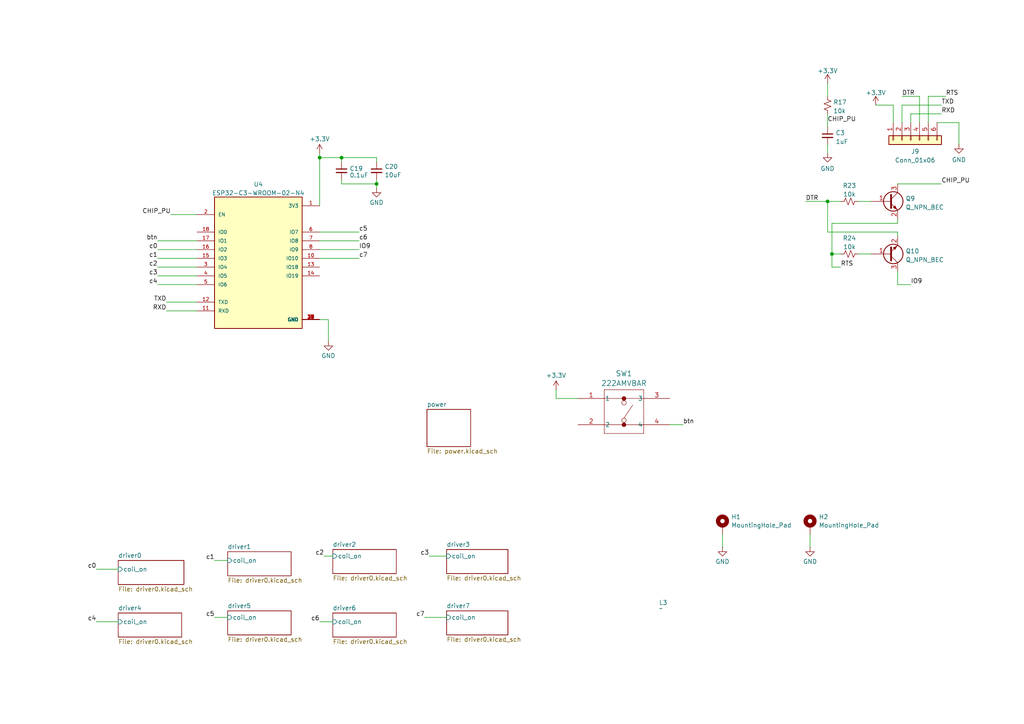
<source format=kicad_sch>
(kicad_sch (version 20250114) (generator "eeschema") (generator_version "9.0")
  (paper "A4")
  (lib_symbols
    (symbol "Connector_Generic:Conn_01x06" (pin_names (offset 1.016) (hide yes))
      (property "Reference" "J" (at 0 7.62 0))
      (property "Value" "Conn_01x06" (at 0 -10.16 0))
      (symbol "Conn_01x06_1_1"
        (rectangle (start -1.27 6.35) (end 1.27 -8.89) (stroke (width 0.254)) (fill (type background)))
        (rectangle (start -1.27 5.207) (end 0 4.953) (stroke (width 0.1524)))
        (rectangle (start -1.27 2.667) (end 0 2.413) (stroke (width 0.1524)))
        (rectangle (start -1.27 0.127) (end 0 -0.127) (stroke (width 0.1524)))
        (rectangle (start -1.27 -2.413) (end 0 -2.667) (stroke (width 0.1524)))
        (rectangle (start -1.27 -4.953) (end 0 -5.207) (stroke (width 0.1524)))
        (rectangle (start -1.27 -7.493) (end 0 -7.747) (stroke (width 0.1524)))
        (pin passive line (at -5.08 5.08 0) (length 3.81) (name "Pin_1") (number "1"))
        (pin passive line (at -5.08 2.54 0) (length 3.81) (name "Pin_2") (number "2"))
        (pin passive line (at -5.08 0 0) (length 3.81) (name "Pin_3") (number "3"))
        (pin passive line (at -5.08 -2.54 0) (length 3.81) (name "Pin_4") (number "4"))
        (pin passive line (at -5.08 -5.08 0) (length 3.81) (name "Pin_5") (number "5"))
        (pin passive line (at -5.08 -7.62 0) (length 3.81) (name "Pin_6") (number "6"))
      )
    )
    (symbol "Device:C_Small" (pin_numbers (hide yes)) (pin_names (offset 0.254) (hide yes))
      (property "Reference" "C" (at 0.254 1.778 0))
      (property "Value" "C_Small" (at 0.254 -2.032 0))
      (symbol "C_Small_0_1"
        (polyline (pts (xy -1.524 0.508) (xy 1.524 0.508)) (stroke (width 0.3048)))
        (polyline (pts (xy -1.524 -0.508) (xy 1.524 -0.508)) (stroke (width 0.3302)))
      )
      (symbol "C_Small_1_1"
        (pin passive line (at 0 2.54 270) (length 2.032) (name "~") (number "1"))
        (pin passive line (at 0 -2.54 90) (length 2.032) (name "~") (number "2"))
      )
    )
    (symbol "Device:Q_NPN_BEC" (pin_names (offset 0) (hide yes))
      (property "Reference" "Q" (at 5.08 1.27 0))
      (property "Value" "Q_NPN_BEC" (at 5.08 -1.27 0))
      (symbol "Q_NPN_BEC_0_1"
        (polyline (pts (xy 0.635 1.905) (xy 0.635 -1.905) (xy 0.635 -1.905)) (stroke (width 0.508)))
        (polyline (pts (xy 0.635 0.635) (xy 2.54 2.54)))
        (polyline (pts (xy 0.635 -0.635) (xy 2.54 -2.54) (xy 2.54 -2.54)))
        (circle (center 1.27 0) (radius 2.8194) (stroke (width 0.254)))
        (polyline (pts (xy 1.27 -1.778) (xy 1.778 -1.27) (xy 2.286 -2.286) (xy 1.27 -1.778) (xy 1.27 -1.778)) (fill (type outline)))
      )
      (symbol "Q_NPN_BEC_1_1"
        (pin input line (at -5.08 0 0) (length 5.715) (name "B") (number "1"))
        (pin passive line (at 2.54 5.08 270) (length 2.54) (name "C") (number "3"))
        (pin passive line (at 2.54 -5.08 90) (length 2.54) (name "E") (number "2"))
      )
    )
    (symbol "Device:R_Small_US" (pin_numbers (hide yes)) (pin_names (offset 0.254) (hide yes))
      (property "Reference" "R" (at 0.762 0.508 0))
      (property "Value" "R_Small_US" (at 0.762 -1.016 0))
      (symbol "R_Small_US_1_1"
        (polyline (pts (xy 0 1.524) (xy 1.016 1.143) (xy 0 0.762) (xy -1.016 0.381) (xy 0 0)))
        (polyline (pts (xy 0 0) (xy 1.016 -0.381) (xy 0 -0.762) (xy -1.016 -1.143) (xy 0 -1.524)))
        (pin passive line (at 0 2.54 270) (length 1.016) (name "~") (number "1"))
        (pin passive line (at 0 -2.54 90) (length 1.016) (name "~") (number "2"))
      )
    )
    (symbol "Espressif:ESP32-C3-WROOM-02-N4" (pin_names (offset 1.016))
      (property "Reference" "U" (at -12.7 21.082 0))
      (property "Value" "ESP32-C3-WROOM-02-N4" (at -12.7 -18.542 0))
      (symbol "ESP32-C3-WROOM-02-N4_0_0"
        (rectangle (start -12.7 -17.78) (end 12.7 20.32) (stroke (width 0.254)) (fill (type background)))
        (pin input line (at -17.78 15.24 0) (length 5.08) (name "EN") (number "2"))
        (pin bidirectional line (at -17.78 10.16 0) (length 5.08) (name "IO0") (number "18"))
        (pin bidirectional line (at -17.78 7.62 0) (length 5.08) (name "IO1") (number "17"))
        (pin bidirectional line (at -17.78 5.08 0) (length 5.08) (name "IO2") (number "16"))
        (pin bidirectional line (at -17.78 2.54 0) (length 5.08) (name "IO3") (number "15"))
        (pin bidirectional line (at -17.78 0 0) (length 5.08) (name "IO4") (number "3"))
        (pin bidirectional line (at -17.78 -2.54 0) (length 5.08) (name "IO5") (number "4"))
        (pin bidirectional line (at -17.78 -5.08 0) (length 5.08) (name "IO6") (number "5"))
        (pin bidirectional line (at -17.78 -10.16 0) (length 5.08) (name "TXD") (number "12"))
        (pin bidirectional line (at -17.78 -12.7 0) (length 5.08) (name "RXD") (number "11"))
        (pin power_in line (at 17.78 17.78 180) (length 5.08) (name "3V3") (number "1"))
        (pin bidirectional line (at 17.78 10.16 180) (length 5.08) (name "IO7") (number "6"))
        (pin bidirectional line (at 17.78 7.62 180) (length 5.08) (name "IO8") (number "7"))
        (pin bidirectional line (at 17.78 5.08 180) (length 5.08) (name "IO9") (number "8"))
        (pin bidirectional line (at 17.78 2.54 180) (length 5.08) (name "IO10") (number "10"))
        (pin bidirectional line (at 17.78 0 180) (length 5.08) (name "IO18") (number "13"))
        (pin bidirectional line (at 17.78 -2.54 180) (length 5.08) (name "IO19") (number "14"))
        (pin power_in line (at 17.78 -15.24 180) (length 5.08) (name "GND") (number "19"))
        (pin power_in line (at 17.78 -15.24 180) (length 5.08) (name "GND") (number "20"))
        (pin power_in line (at 17.78 -15.24 180) (length 5.08) (name "GND") (number "21"))
        (pin power_in line (at 17.78 -15.24 180) (length 5.08) (name "GND") (number "22"))
        (pin power_in line (at 17.78 -15.24 180) (length 5.08) (name "GND") (number "23"))
        (pin power_in line (at 17.78 -15.24 180) (length 5.08) (name "GND") (number "24"))
        (pin power_in line (at 17.78 -15.24 180) (length 5.08) (name "GND") (number "25"))
        (pin power_in line (at 17.78 -15.24 180) (length 5.08) (name "GND") (number "26"))
        (pin power_in line (at 17.78 -15.24 180) (length 5.08) (name "GND") (number "27"))
        (pin power_in line (at 17.78 -15.24 180) (length 5.08) (name "GND") (number "28"))
        (pin power_in line (at 17.78 -15.24 180) (length 5.08) (name "GND") (number "29"))
        (pin power_in line (at 17.78 -15.24 180) (length 5.08) (name "GND") (number "30"))
        (pin power_in line (at 17.78 -15.24 180) (length 5.08) (name "GND") (number "31"))
        (pin power_in line (at 17.78 -15.24 180) (length 5.08) (name "GND") (number "32"))
        (pin power_in line (at 17.78 -15.24 180) (length 5.08) (name "GND") (number "33"))
        (pin power_in line (at 17.78 -15.24 180) (length 5.08) (name "GND") (number "34"))
        (pin power_in line (at 17.78 -15.24 180) (length 5.08) (name "GND") (number "35"))
        (pin power_in line (at 17.78 -15.24 180) (length 5.08) (name "GND") (number "36"))
        (pin power_in line (at 17.78 -15.24 180) (length 5.08) (name "GND") (number "37"))
        (pin power_in line (at 17.78 -15.24 180) (length 5.08) (name "GND") (number "38"))
        (pin power_in line (at 17.78 -15.24 180) (length 5.08) (name "GND") (number "39"))
        (pin power_in line (at 17.78 -15.24 180) (length 5.08) (name "GND") (number "9"))
      )
    )
    (symbol "Mechanical:MountingHole_Pad" (pin_numbers (hide yes)) (pin_names (offset 1.016) (hide yes)) (exclude_from_sim yes) (in_bom no)
      (property "Reference" "H" (at 0 6.35 0))
      (property "Value" "MountingHole_Pad" (at 0 4.445 0))
      (symbol "MountingHole_Pad_0_1"
        (circle (center 0 1.27) (radius 1.27) (stroke (width 1.27)))
      )
      (symbol "MountingHole_Pad_1_1"
        (pin input line (at 0 -2.54 90) (length 2.54) (name "1") (number "1"))
      )
    )
    (symbol "mylibrary:222AMVBAR" (pin_names (offset 0.254))
      (property "Reference" "SW" (at 20.32 10.16 0))
      (property "Value" "222AMVBAR" (at 20.32 7.62 0))
      (symbol "222AMVBAR_0_1"
        (polyline (pts (xy 13.97 5.08) (xy 13.97 -7.62)) (stroke (width 0.127)))
        (polyline (pts (xy 13.97 2.54) (xy 25.4 2.54)) (stroke (width 0.127)))
        (polyline (pts (xy 13.97 -7.62) (xy 25.4 -7.62)) (stroke (width 0.127)))
        (polyline (pts (xy 19.685 2.54) (xy 19.685 1.905)) (stroke (width 0.127)))
        (circle (center 19.685 2.54) (radius 0.127) (stroke (width 0.508)))
        (circle (center 19.685 1.27) (radius 0.635) (stroke (width 0.127)))
        (polyline (pts (xy 19.685 -3.175) (xy 22.225 0.635)) (stroke (width 0.127)))
        (circle (center 19.685 -3.81) (radius 0.635) (stroke (width 0.127)))
        (polyline (pts (xy 19.685 -5.08) (xy 19.685 -4.445)) (stroke (width 0.127)))
        (circle (center 19.685 -5.08) (radius 0.127) (stroke (width 0.508)))
        (polyline (pts (xy 25.4 5.08) (xy 13.97 5.08)) (stroke (width 0.127)))
        (polyline (pts (xy 25.4 -5.08) (xy 13.97 -5.08)) (stroke (width 0.127)))
        (polyline (pts (xy 25.4 -7.62) (xy 25.4 5.08)) (stroke (width 0.127)))
        (pin unspecified line (at 6.35 2.54 0) (length 7.62) (name "1") (number "1"))
        (pin unspecified line (at 6.35 -5.08 0) (length 7.62) (name "2") (number "2"))
        (pin unspecified line (at 33.02 2.54 180) (length 7.62) (name "3") (number "3"))
        (pin unspecified line (at 33.02 -5.08 180) (length 7.62) (name "4") (number "4"))
      )
    )
    (symbol "mylibrary:Bird"
      (property "Reference" "L" (at 0 0 0))
    )
    (symbol "power:+3.3V" (power) (pin_numbers (hide yes)) (pin_names (offset 0) (hide yes))
      (property "Value" "+3.3V" (at 0 3.556 0))
      (symbol "+3.3V_0_1"
        (polyline (pts (xy -0.762 1.27) (xy 0 2.54)))
        (polyline (pts (xy 0 2.54) (xy 0.762 1.27)))
        (polyline (pts (xy 0 0) (xy 0 2.54)))
      )
      (symbol "+3.3V_1_1"
        (pin power_in line (at 0 0 90) (length 0) (name "~") (number "1"))
      )
    )
    (symbol "power:GND" (power) (pin_numbers (hide yes)) (pin_names (offset 0) (hide yes))
      (property "Value" "GND" (at 0 -3.81 0))
      (symbol "GND_0_1"
        (polyline (pts (xy 0 0) (xy 0 -1.27) (xy 1.27 -1.27) (xy 0 -2.54) (xy -1.27 -1.27) (xy 0 -1.27)))
      )
      (symbol "GND_1_1"
        (pin power_in line (at 0 0 270) (length 0) (name "~") (number "1"))
      )
    )
  )
  (junction (at 99.06 45.72))
  (junction (at 92.71 45.72))
  (junction (at 109.22 53.34))
  (junction (at 240.03 58.42))
  (junction (at 241.3 73.66))
  (wire (pts (xy 104.14 67.31) (xy 92.71 67.31)))
  (wire (pts (xy 240.03 33.02) (xy 240.03 36.83)))
  (wire (pts (xy 104.14 69.85) (xy 92.71 69.85)))
  (wire (pts (xy 57.15 90.17) (xy 48.26 90.17)))
  (wire (pts (xy 241.3 77.47) (xy 243.84 77.47)))
  (wire (pts (xy 45.72 69.85) (xy 57.15 69.85)))
  (wire (pts (xy 99.06 45.72) (xy 92.71 45.72)))
  (wire (pts (xy 269.24 27.94) (xy 274.32 27.94)))
  (wire (pts (xy 271.78 35.56) (xy 278.13 35.56)))
  (wire (pts (xy 161.29 113.03) (xy 161.29 115.57)))
  (wire (pts (xy 240.03 41.91) (xy 240.03 44.45)))
  (wire (pts (xy 240.03 24.13) (xy 240.03 27.94)))
  (wire (pts (xy 92.71 92.71) (xy 95.25 92.71)))
  (wire (pts (xy 269.24 35.56) (xy 269.24 27.94)))
  (wire (pts (xy 261.62 35.56) (xy 261.62 30.48)))
  (wire (pts (xy 109.22 53.34) (xy 109.22 54.61)))
  (wire (pts (xy 248.92 73.66) (xy 252.73 73.66)))
  (wire (pts (xy 260.35 67.31) (xy 260.35 68.58)))
  (wire (pts (xy 92.71 180.34) (xy 96.52 180.34)))
  (wire (pts (xy 109.22 53.34) (xy 109.22 52.07)))
  (wire (pts (xy 248.92 58.42) (xy 252.73 58.42)))
  (wire (pts (xy 234.95 154.94) (xy 234.95 158.75)))
  (wire (pts (xy 27.94 180.34) (xy 34.29 180.34)))
  (wire (pts (xy 261.62 30.48) (xy 273.05 30.48)))
  (wire (pts (xy 99.06 52.07) (xy 99.06 53.34)))
  (wire (pts (xy 124.46 161.29) (xy 129.54 161.29)))
  (wire (pts (xy 233.68 58.42) (xy 240.03 58.42)))
  (wire (pts (xy 49.53 62.23) (xy 57.15 62.23)))
  (wire (pts (xy 241.3 73.66) (xy 241.3 77.47)))
  (wire (pts (xy 260.35 82.55) (xy 264.16 82.55)))
  (wire (pts (xy 45.72 74.93) (xy 57.15 74.93)))
  (wire (pts (xy 104.14 74.93) (xy 92.71 74.93)))
  (wire (pts (xy 93.98 161.29) (xy 96.52 161.29)))
  (wire (pts (xy 27.94 165.1) (xy 34.29 165.1)))
  (wire (pts (xy 104.14 72.39) (xy 92.71 72.39)))
  (wire (pts (xy 161.29 115.57) (xy 167.64 115.57)))
  (wire (pts (xy 240.03 58.42) (xy 240.03 67.31)))
  (wire (pts (xy 264.16 33.02) (xy 273.05 33.02)))
  (wire (pts (xy 209.55 154.94) (xy 209.55 158.75)))
  (wire (pts (xy 278.13 35.56) (xy 278.13 41.91)))
  (wire (pts (xy 92.71 44.45) (xy 92.71 45.72)))
  (wire (pts (xy 240.03 58.42) (xy 243.84 58.42)))
  (wire (pts (xy 261.62 27.94) (xy 266.7 27.94)))
  (wire (pts (xy 45.72 82.55) (xy 57.15 82.55)))
  (wire (pts (xy 260.35 63.5) (xy 260.35 64.77)))
  (wire (pts (xy 260.35 78.74) (xy 260.35 82.55)))
  (wire (pts (xy 194.31 123.19) (xy 198.12 123.19)))
  (wire (pts (xy 99.06 46.99) (xy 99.06 45.72)))
  (wire (pts (xy 254 30.48) (xy 259.08 30.48)))
  (wire (pts (xy 123.19 179.07) (xy 129.54 179.07)))
  (wire (pts (xy 57.15 87.63) (xy 48.26 87.63)))
  (wire (pts (xy 241.3 64.77) (xy 241.3 73.66)))
  (wire (pts (xy 266.7 35.56) (xy 266.7 27.94)))
  (wire (pts (xy 259.08 30.48) (xy 259.08 35.56)))
  (wire (pts (xy 62.23 179.07) (xy 66.04 179.07)))
  (wire (pts (xy 260.35 64.77) (xy 241.3 64.77)))
  (wire (pts (xy 260.35 53.34) (xy 273.05 53.34)))
  (wire (pts (xy 109.22 46.99) (xy 109.22 45.72)))
  (wire (pts (xy 62.23 162.56) (xy 66.04 162.56)))
  (wire (pts (xy 264.16 35.56) (xy 264.16 33.02)))
  (wire (pts (xy 45.72 77.47) (xy 57.15 77.47)))
  (wire (pts (xy 45.72 80.01) (xy 57.15 80.01)))
  (wire (pts (xy 92.71 45.72) (xy 92.71 59.69)))
  (wire (pts (xy 95.25 92.71) (xy 95.25 99.06)))
  (wire (pts (xy 109.22 45.72) (xy 99.06 45.72)))
  (wire (pts (xy 240.03 67.31) (xy 260.35 67.31)))
  (wire (pts (xy 99.06 53.34) (xy 109.22 53.34)))
  (wire (pts (xy 241.3 73.66) (xy 243.84 73.66)))
  (wire (pts (xy 45.72 72.39) (xy 57.15 72.39)))
  (label "c0" (at 45.72 72.39 180))
  (label "TXD" (at 48.26 87.63 180))
  (label "DTR" (at 233.68 58.42 0))
  (label "RTS" (at 243.84 77.47 0))
  (label "TXD" (at 273.05 30.48 0))
  (label "c1" (at 45.72 74.93 180))
  (label "c7" (at 104.14 74.93 0))
  (label "c3" (at 45.72 80.01 180))
  (label "CHIP_PU" (at 49.53 62.23 180))
  (label "CHIP_PU" (at 240.03 35.56 0))
  (label "c4" (at 27.94 180.34 180))
  (label "c5" (at 62.23 179.07 180))
  (label "c4" (at 45.72 82.55 180))
  (label "RTS" (at 274.32 27.94 0))
  (label "c6" (at 92.71 180.34 180))
  (label "c5" (at 104.14 67.31 0))
  (label "RXD" (at 273.05 33.02 0))
  (label "c2" (at 93.98 161.29 180))
  (label "IO9" (at 264.16 82.55 0))
  (label "btn" (at 198.12 123.19 0))
  (label "DTR" (at 261.62 27.94 0))
  (label "btn" (at 45.72 69.85 180))
  (label "IO9" (at 104.14 72.39 0))
  (label "c2" (at 45.72 77.47 180))
  (label "CHIP_PU" (at 273.05 53.34 0))
  (label "c0" (at 27.94 165.1 180))
  (label "c3" (at 124.46 161.29 180))
  (label "c1" (at 62.23 162.56 180))
  (label "RXD" (at 48.26 90.17 180))
  (label "c7" (at 123.19 179.07 180))
  (label "c6" (at 104.14 69.85 0))
  (symbol (lib_id "mylibrary:222AMVBAR") (at 161.29 118.11 0) (unit 1)
    (property "Reference" "SW1" (at 180.975 108.3361 0) (effects (font (size 1.524 1.524))))
    (property "Value" "222AMVBAR" (at 180.975 111.169 0) (effects (font (size 1.524 1.524))))
    (property "Footprint" "footprints:SO4_222A-M-V-B_CTS" (effects (hide yes)))
    (property "Datasheet" "222AMVBAR" (effects (hide yes)))
    (property "ManufacturerPartNumber" "222AMVBAR" (effects (hide yes)))
  )
  (symbol (lib_id "Mechanical:MountingHole_Pad") (at 234.95 152.4 0) (unit 1) (exclude_from_sim yes) (in_bom no)
    (property "Reference" "H2" (at 237.49 149.9178 0) (effects (justify left)))
    (property "Value" "MountingHole_Pad" (at 237.49 152.3421 0) (effects (justify left)))
    (property "Footprint" "MountingHole:MountingHole_3.2mm_M3_Pad" (effects (hide yes)))
    (property "Description" "Mounting Hole with connection" (effects (hide yes)))
  )
  (symbol (lib_id "Device:R_Small_US") (at 240.03 30.48 0) (unit 1)
    (property "Reference" "R17" (at 241.681 29.6453 0) (effects (justify left)))
    (property "Value" "10k" (at 241.681 32.1822 0) (effects (justify left)))
    (property "Footprint" "Resistor_SMD:R_0805_2012Metric" (effects (hide yes)))
    (property "ManufacturerPartNumber" "RMCF0805FT10K0" (effects (hide yes)))
  )
  (symbol (lib_id "Device:C_Small") (at 240.03 39.37 0) (unit 1)
    (property "Reference" "C3" (at 242.3541 38.5416 0) (effects (justify left)))
    (property "Value" "1uF" (at 242.3541 41.0785 0) (effects (justify left)))
    (property "Footprint" "Capacitor_SMD:C_0805_2012Metric" (effects (hide yes)))
    (property "ManufacturerPartNumber" "CL21B105KOFNFNE" (effects (hide yes)))
  )
  (symbol (lib_id "Device:R_Small_US") (at 246.38 73.66 90) (unit 1)
    (property "Reference" "R24" (at 246.38 69.0712 90))
    (property "Value" "10k" (at 246.38 71.6081 90))
    (property "Footprint" "Resistor_SMD:R_0805_2012Metric" (effects (hide yes)))
    (property "ManufacturerPartNumber" "RMCF0805FT10K0" (effects (hide yes)))
  )
  (symbol (lib_id "power:GND") (at 234.95 158.75 0) (unit 1)
    (property "Reference" "#PWR039" (effects (hide yes)))
    (property "Value" "GND" (at 234.95 162.8831 0))
    (property "Description" "Power symbol creates a global label with name \"GND\" , ground" (effects (hide yes)))
  )
  (symbol (lib_id "power:GND") (at 95.25 99.06 0) (unit 1)
    (property "Reference" "#PWR017" (effects (hide yes)))
    (property "Value" "GND" (at 95.25 103.1931 0))
    (property "Description" "Power symbol creates a global label with name \"GND\" , ground" (effects (hide yes)))
  )
  (symbol (lib_id "power:+3.3V") (at 240.03 24.13 0) (unit 1)
    (property "Reference" "#PWR024" (effects (hide yes)))
    (property "Value" "+3.3V" (at 240.03 20.5542 0))
  )
  (symbol (lib_id "mylibrary:Bird") (at 190.5 175.26 0) (unit 1)
    (property "Reference" "L3" (at 191.135 174.7908 0) (effects (justify left)))
    (property "Value" "~" (at 191.135 176.4722 0) (effects (justify left)))
    (property "Footprint" "footprints:bird" (effects (hide yes)))
  )
  (symbol (lib_id "power:GND") (at 209.55 158.75 0) (unit 1)
    (property "Reference" "#PWR038" (effects (hide yes)))
    (property "Value" "GND" (at 209.55 162.8831 0))
    (property "Description" "Power symbol creates a global label with name \"GND\" , ground" (effects (hide yes)))
  )
  (symbol (lib_id "power:+3.3V") (at 161.29 113.03 0) (unit 1)
    (property "Reference" "#PWR037" (effects (hide yes)))
    (property "Value" "+3.3V" (at 161.29 108.8969 0))
    (property "Description" "Power symbol creates a global label with name \"+3.3V\"" (effects (hide yes)))
  )
  (symbol (lib_id "Espressif:ESP32-C3-WROOM-02-N4") (at 74.93 77.47 0) (unit 1)
    (property "Reference" "U4" (at 74.93 53.4502 0))
    (property "Value" "ESP32-C3-WROOM-02-N4" (at 74.93 55.9871 0))
    (property "Footprint" "MODULE_ESP32-C3-WROOM-02-H4" (effects (hide yes)))
    (property "PURCHASE-URL" "https://pricing.snapeda.com/search/part/ESP32-C3-WROOM-02-H4/?ref=eda" (effects (hide yes)))
    (property "AVAILABILITY" "In Stock" (effects (hide yes)))
    (property "PRICE" "None" (effects (hide yes)))
    (property "MF" "Espressif Systems" (effects (hide yes)))
    (property "PACKAGE" "Package" (effects (hide yes)))
    (property "MP" "ESP32-C3-WROOM-02-H4" (effects (hide yes)))
    (property "ManufacturerPartNumber" "ESP32-C3-WROOM-02-N4" (effects (hide yes)))
  )
  (symbol (lib_id "power:+3.3V") (at 254 30.48 0) (unit 1)
    (property "Reference" "#PWR023" (effects (hide yes)))
    (property "Value" "+3.3V" (at 254 26.9042 0))
  )
  (symbol (lib_id "Device:R_Small_US") (at 246.38 58.42 90) (unit 1)
    (property "Reference" "R23" (at 246.38 53.8312 90))
    (property "Value" "10k" (at 246.38 56.3681 90))
    (property "Footprint" "Resistor_SMD:R_0805_2012Metric" (effects (hide yes)))
    (property "ManufacturerPartNumber" "RMCF0805FT10K0" (effects (hide yes)))
  )
  (symbol (lib_id "Device:C_Small") (at 109.22 49.53 0) (unit 1)
    (property "Reference" "C20" (at 111.5441 48.3241 0) (effects (justify left)))
    (property "Value" "10uF" (at 111.5441 50.7484 0) (effects (justify left)))
    (property "Footprint" "Capacitor_SMD:C_0603_1608Metric" (effects (hide yes)))
  )
  (symbol (lib_id "power:GND") (at 109.22 54.61 0) (unit 1)
    (property "Reference" "#PWR019" (effects (hide yes)))
    (property "Value" "GND" (at 109.22 58.7431 0))
    (property "Description" "Power symbol creates a global label with name \"GND\" , ground" (effects (hide yes)))
  )
  (symbol (lib_id "power:+3.3V") (at 92.71 44.45 0) (unit 1)
    (property "Reference" "#PWR018" (effects (hide yes)))
    (property "Value" "+3.3V" (at 92.71 40.3169 0))
    (property "Description" "Power symbol creates a global label with name \"+3.3V\"" (effects (hide yes)))
  )
  (symbol (lib_id "power:GND") (at 240.03 44.45 0) (unit 1)
    (property "Reference" "#PWR025" (effects (hide yes)))
    (property "Value" "GND" (at 240.03 48.8934 0))
  )
  (symbol (lib_id "Device:Q_NPN_BEC") (at 257.81 58.42 0) (unit 1)
    (property "Reference" "Q9" (at 262.6614 57.5853 0) (effects (justify left)))
    (property "Value" "Q_NPN_BEC" (at 262.6614 60.1222 0) (effects (justify left)))
    (property "Footprint" "Package_TO_SOT_SMD:SOT-23" (effects (hide yes)))
    (property "ManufacturerPartNumber" "MMSS8050-H-TP" (effects (hide yes)))
  )
  (symbol (lib_id "Device:C_Small") (at 99.06 49.53 0) (unit 1)
    (property "Reference" "C19" (at 101.3841 48.8926 0) (effects (justify left)))
    (property "Value" "0.1uF" (at 101.3841 50.8136 0) (effects (justify left)))
    (property "Footprint" "Capacitor_SMD:C_0603_1608Metric" (effects (hide yes)))
  )
  (symbol (lib_id "Connector_Generic:Conn_01x06") (at 264.16 40.64 90) (mirror x) (unit 1)
    (property "Reference" "J9" (at 265.43 43.9404 90))
    (property "Value" "Conn_01x06" (at 265.43 46.4773 90))
    (property "Footprint" "Connector_PinHeader_2.54mm:PinHeader_1x06_P2.54mm_Vertical" (effects (hide yes)))
    (property "ManufacturerPartNumber" "TSW-106-07-G-S" (effects (hide yes)))
  )
  (symbol (lib_id "Device:Q_NPN_BEC") (at 257.81 73.66 0) (mirror x) (unit 1)
    (property "Reference" "Q10" (at 262.6614 72.8253 0) (effects (justify left)))
    (property "Value" "Q_NPN_BEC" (at 262.6614 75.3622 0) (effects (justify left)))
    (property "Footprint" "Package_TO_SOT_SMD:SOT-23" (effects (hide yes)))
    (property "ManufacturerPartNumber" "MMSS8050-H-TP" (effects (hide yes)))
  )
  (symbol (lib_id "power:GND") (at 278.13 41.91 0) (unit 1)
    (property "Reference" "#PWR026" (effects (hide yes)))
    (property "Value" "GND" (at 278.13 46.3534 0))
  )
  (symbol (lib_id "Mechanical:MountingHole_Pad") (at 209.55 152.4 0) (unit 1) (exclude_from_sim yes) (in_bom no)
    (property "Reference" "H1" (at 212.09 149.9178 0) (effects (justify left)))
    (property "Value" "MountingHole_Pad" (at 212.09 152.3421 0) (effects (justify left)))
    (property "Footprint" "MountingHole:MountingHole_3.2mm_M3_Pad" (effects (hide yes)))
    (property "Description" "Mounting Hole with connection" (effects (hide yes)))
  )
  (sheet (at 66.04 177.165) (size 18.415 6.985) (stroke (width 0.1524))
    (property "Sheetname" "driver5" (at 66.04 176.4534 0) (effects (justify left bottom)))
    (property "Sheetfile" "driver0.kicad_sch" (at 66.04 184.7346 0) (effects (justify left top)))
    (pin "coil_on" input (at 66.04 179.07 180))
  )
  (sheet (at 123.825 118.745) (size 12.7 10.795) (stroke (width 0.1524))
    (property "Sheetname" "power" (at 123.825 118.0334 0) (effects (justify left bottom)))
    (property "Sheetfile" "power.kicad_sch" (at 123.825 130.1246 0) (effects (justify left top)))
  )
  (sheet (at 34.29 177.8) (size 18.415 6.985) (stroke (width 0.1524))
    (property "Sheetname" "driver4" (at 34.29 177.0884 0) (effects (justify left bottom)))
    (property "Sheetfile" "driver0.kicad_sch" (at 34.29 185.3696 0) (effects (justify left top)))
    (pin "coil_on" input (at 34.29 180.34 180))
  )
  (sheet (at 129.54 177.165) (size 17.78 6.985) (stroke (width 0.1524))
    (property "Sheetname" "driver7" (at 129.54 176.4534 0) (effects (justify left bottom)))
    (property "Sheetfile" "driver0.kicad_sch" (at 129.54 184.7346 0) (effects (justify left top)))
    (pin "coil_on" input (at 129.54 179.07 180))
  )
  (sheet (at 96.52 159.385) (size 18.415 6.985) (stroke (width 0.1524))
    (property "Sheetname" "driver2" (at 96.52 158.6734 0) (effects (justify left bottom)))
    (property "Sheetfile" "driver0.kicad_sch" (at 96.52 166.9546 0) (effects (justify left top)))
    (pin "coil_on" input (at 96.52 161.29 180))
  )
  (sheet (at 34.29 162.56) (size 19.05 6.985) (stroke (width 0.1524))
    (property "Sheetname" "driver0" (at 34.29 161.8484 0) (effects (justify left bottom)))
    (property "Sheetfile" "driver0.kicad_sch" (at 34.29 170.1296 0) (effects (justify left top)))
    (pin "coil_on" input (at 34.29 165.1 180))
  )
  (sheet (at 96.52 177.8) (size 18.415 6.985) (stroke (width 0.1524))
    (property "Sheetname" "driver6" (at 96.52 177.0884 0) (effects (justify left bottom)))
    (property "Sheetfile" "driver0.kicad_sch" (at 96.52 185.3696 0) (effects (justify left top)))
    (pin "coil_on" input (at 96.52 180.34 180))
  )
  (sheet (at 66.04 160.02) (size 18.415 6.985) (stroke (width 0.1524))
    (property "Sheetname" "driver1" (at 66.04 159.3084 0) (effects (justify left bottom)))
    (property "Sheetfile" "driver0.kicad_sch" (at 66.04 167.5896 0) (effects (justify left top)))
    (pin "coil_on" input (at 66.04 162.56 180))
  )
  (sheet (at 129.54 159.385) (size 17.78 6.985) (stroke (width 0.1524))
    (property "Sheetname" "driver3" (at 129.54 158.6734 0) (effects (justify left bottom)))
    (property "Sheetfile" "driver0.kicad_sch" (at 129.54 166.9546 0) (effects (justify left top)))
    (pin "coil_on" input (at 129.54 161.29 180))
  )
)
</source>
